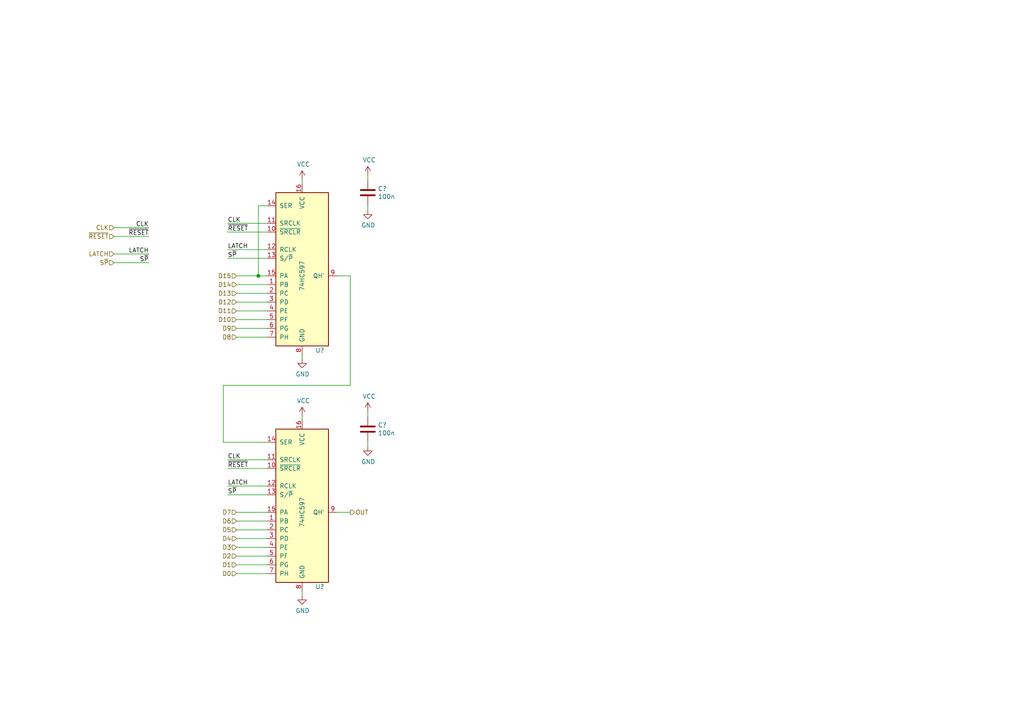
<source format=kicad_sch>
(kicad_sch (version 20211123) (generator eeschema)
  (paper "A4")
  (lib_symbols
    (symbol "Device:C" (pin_numbers hide) (pin_names (offset 0.254))
      (property "Reference" "C" (at 0.635 2.54 0))
      (property "Value" "C" (at 0.635 -2.54 0))
      (symbol "C_0_1"
        (polyline (pts (xy -2.032 -0.762) (xy 2.032 -0.762)) (stroke (width 0.508)))
        (polyline (pts (xy -2.032 0.762) (xy 2.032 0.762)) (stroke (width 0.508)))
      )
      (symbol "C_1_1"
        (pin passive line (at 0 3.81 270) (length 2.794) (name "~") (number "1"))
        (pin passive line (at 0 -3.81 90) (length 2.794) (name "~") (number "2"))
      )
    )
    (symbol "power:GND" (power) (pin_names (offset 0))
      (property "Value" "GND" (at 0 -3.81 0))
      (symbol "GND_0_1"
        (polyline (pts (xy 0 0) (xy 0 -1.27) (xy 1.27 -1.27) (xy 0 -2.54) (xy -1.27 -1.27) (xy 0 -1.27)))
      )
      (symbol "GND_1_1"
        (pin power_in line (at 0 0 270) (length 0) hide (name "GND") (number "1"))
      )
    )
    (symbol "power:VCC" (power) (pin_names (offset 0))
      (property "Value" "VCC" (at 0 3.81 0))
      (symbol "VCC_0_1"
        (polyline (pts (xy -0.762 1.27) (xy 0 2.54)))
        (polyline (pts (xy 0 0) (xy 0 2.54)))
        (polyline (pts (xy 0 2.54) (xy 0.762 1.27)))
      )
      (symbol "VCC_1_1"
        (pin power_in line (at 0 0 90) (length 0) hide (name "VCC") (number "1"))
      )
    )
    (symbol "riscv-serial:74HC597" (pin_names (offset 1.016))
      (property "Reference" "U" (at 5.08 -22.86 0))
      (property "Value" "74HC597" (at 0 0 90))
      (symbol "74HC597_0_1"
        (rectangle (start -7.62 24.13) (end 7.62 -20.32) (stroke (width 0.254)) (fill (type background)))
      )
      (symbol "74HC597_1_1"
        (pin input line (at -10.16 -2.54 0) (length 2.54) (name "PB") (number "1"))
        (pin input line (at -10.16 12.7 0) (length 2.54) (name "~{SRCLR}") (number "10"))
        (pin input line (at -10.16 15.24 0) (length 2.54) (name "SRCLK") (number "11"))
        (pin input line (at -10.16 7.62 0) (length 2.54) (name "RCLK") (number "12"))
        (pin input line (at -10.16 5.08 0) (length 2.54) (name "S/~{P}") (number "13"))
        (pin input line (at -10.16 20.32 0) (length 2.54) (name "SER") (number "14"))
        (pin input line (at -10.16 0 0) (length 2.54) (name "PA") (number "15"))
        (pin power_in line (at 0 26.67 270) (length 2.54) (name "VCC") (number "16"))
        (pin input line (at -10.16 -5.08 0) (length 2.54) (name "PC") (number "2"))
        (pin input line (at -10.16 -7.62 0) (length 2.54) (name "PD") (number "3"))
        (pin input line (at -10.16 -10.16 0) (length 2.54) (name "PE") (number "4"))
        (pin input line (at -10.16 -12.7 0) (length 2.54) (name "PF") (number "5"))
        (pin input line (at -10.16 -15.24 0) (length 2.54) (name "PG") (number "6"))
        (pin input line (at -10.16 -17.78 0) (length 2.54) (name "PH") (number "7"))
        (pin power_in line (at 0 -22.86 90) (length 2.54) (name "GND") (number "8"))
        (pin output line (at 10.16 0 180) (length 2.54) (name "QH'") (number "9"))
      )
    )
  )
  (junction (at 74.93 80.01))
  (wire (pts (xy 77.47 161.29) (xy 68.58 161.29)))
  (wire (pts (xy 68.58 80.01) (xy 74.93 80.01)))
  (wire (pts (xy 64.77 111.76) (xy 64.77 128.27)))
  (wire (pts (xy 68.58 95.25) (xy 77.47 95.25)))
  (wire (pts (xy 106.68 119.38) (xy 106.68 120.65)))
  (wire (pts (xy 68.58 85.09) (xy 77.47 85.09)))
  (wire (pts (xy 77.47 82.55) (xy 68.58 82.55)))
  (wire (pts (xy 68.58 158.75) (xy 77.47 158.75)))
  (wire (pts (xy 87.63 120.65) (xy 87.63 121.92)))
  (wire (pts (xy 33.02 66.04) (xy 43.18 66.04)))
  (wire (pts (xy 77.47 156.21) (xy 68.58 156.21)))
  (wire (pts (xy 33.02 73.66) (xy 43.18 73.66)))
  (wire (pts (xy 43.18 68.58) (xy 33.02 68.58)))
  (wire (pts (xy 77.47 59.69) (xy 74.93 59.69)))
  (wire (pts (xy 77.47 64.77) (xy 66.04 64.77)))
  (wire (pts (xy 66.04 135.89) (xy 77.47 135.89)))
  (wire (pts (xy 106.68 50.8) (xy 106.68 52.07)))
  (wire (pts (xy 106.68 59.69) (xy 106.68 60.96)))
  (wire (pts (xy 77.47 151.13) (xy 68.58 151.13)))
  (wire (pts (xy 77.47 133.35) (xy 66.04 133.35)))
  (wire (pts (xy 101.6 80.01) (xy 101.6 111.76)))
  (wire (pts (xy 87.63 52.07) (xy 87.63 53.34)))
  (wire (pts (xy 77.47 72.39) (xy 66.04 72.39)))
  (wire (pts (xy 68.58 90.17) (xy 77.47 90.17)))
  (wire (pts (xy 106.68 128.27) (xy 106.68 129.54)))
  (wire (pts (xy 77.47 97.79) (xy 68.58 97.79)))
  (wire (pts (xy 77.47 140.97) (xy 66.04 140.97)))
  (wire (pts (xy 101.6 111.76) (xy 64.77 111.76)))
  (wire (pts (xy 101.6 80.01) (xy 97.79 80.01)))
  (wire (pts (xy 64.77 128.27) (xy 77.47 128.27)))
  (wire (pts (xy 66.04 67.31) (xy 77.47 67.31)))
  (wire (pts (xy 77.47 87.63) (xy 68.58 87.63)))
  (wire (pts (xy 87.63 102.87) (xy 87.63 104.14)))
  (wire (pts (xy 66.04 143.51) (xy 77.47 143.51)))
  (wire (pts (xy 77.47 166.37) (xy 68.58 166.37)))
  (wire (pts (xy 68.58 163.83) (xy 77.47 163.83)))
  (wire (pts (xy 68.58 148.59) (xy 77.47 148.59)))
  (wire (pts (xy 74.93 80.01) (xy 77.47 80.01)))
  (wire (pts (xy 68.58 153.67) (xy 77.47 153.67)))
  (wire (pts (xy 74.93 59.69) (xy 74.93 80.01)))
  (wire (pts (xy 43.18 76.2) (xy 33.02 76.2)))
  (wire (pts (xy 66.04 74.93) (xy 77.47 74.93)))
  (wire (pts (xy 77.47 92.71) (xy 68.58 92.71)))
  (wire (pts (xy 87.63 171.45) (xy 87.63 172.72)))
  (wire (pts (xy 101.6 148.59) (xy 97.79 148.59)))
  (label "CLK" (at 66.04 64.77 0))
  (label "S~{P}" (at 43.18 76.2 180))
  (label "~{RESET}" (at 66.04 67.31 0))
  (label "S~{P}" (at 66.04 74.93 0))
  (label "~{RESET}" (at 66.04 135.89 0))
  (label "~{RESET}" (at 43.18 68.58 180))
  (label "CLK" (at 66.04 133.35 0))
  (label "LATCH" (at 43.18 73.66 180))
  (label "CLK" (at 43.18 66.04 180))
  (label "S~{P}" (at 66.04 143.51 0))
  (label "LATCH" (at 66.04 72.39 0))
  (label "LATCH" (at 66.04 140.97 0))
  (hierarchical_label "LATCH" (shape input) (at 33.02 73.66 180))
  (hierarchical_label "D8" (shape input) (at 68.58 97.79 180))
  (hierarchical_label "D2" (shape input) (at 68.58 161.29 180))
  (hierarchical_label "OUT" (shape output) (at 101.6 148.59 0))
  (hierarchical_label "D13" (shape input) (at 68.58 85.09 180))
  (hierarchical_label "D4" (shape input) (at 68.58 156.21 180))
  (hierarchical_label "D9" (shape input) (at 68.58 95.25 180))
  (hierarchical_label "D3" (shape input) (at 68.58 158.75 180))
  (hierarchical_label "S~{P}" (shape input) (at 33.02 76.2 180))
  (hierarchical_label "D10" (shape input) (at 68.58 92.71 180))
  (hierarchical_label "D5" (shape input) (at 68.58 153.67 180))
  (hierarchical_label "CLK" (shape input) (at 33.02 66.04 180))
  (hierarchical_label "D12" (shape input) (at 68.58 87.63 180))
  (hierarchical_label "D15" (shape input) (at 68.58 80.01 180))
  (hierarchical_label "D7" (shape input) (at 68.58 148.59 180))
  (hierarchical_label "~{RESET}" (shape input) (at 33.02 68.58 180))
  (hierarchical_label "D6" (shape input) (at 68.58 151.13 180))
  (hierarchical_label "D11" (shape input) (at 68.58 90.17 180))
  (hierarchical_label "D14" (shape input) (at 68.58 82.55 180))
  (hierarchical_label "D0" (shape input) (at 68.58 166.37 180))
  (hierarchical_label "D1" (shape input) (at 68.58 163.83 180))
  (symbol (lib_id "power:VCC") (at 106.68 50.8 0)
    (property "Reference" "#PWR?" (effects hide))
    (property "Value" "VCC" (at 107.061 46.4058 0))
  )
  (symbol (lib_id "power:GND") (at 106.68 60.96 0)
    (property "Reference" "#PWR?" (effects hide))
    (property "Value" "GND" (at 106.807 65.3542 0))
  )
  (symbol (lib_id "power:GND") (at 106.68 129.54 0)
    (property "Reference" "#PWR?" (effects hide))
    (property "Value" "GND" (at 106.807 133.9342 0))
  )
  (symbol (lib_id "power:GND") (at 87.63 104.14 0)
    (property "Reference" "#PWR?" (effects hide))
    (property "Value" "GND" (at 87.757 108.5342 0))
  )
  (symbol (lib_id "riscv-serial:74HC597") (at 87.63 80.01 0)
    (property "Reference" "U?" (at 91.44 101.6 0) (effects (justify left)))
    (property "Value" "74HC597" (at 87.63 80.01 90))
    (property "Footprint" "Package_SO:SOIC-16_3.9x9.9mm_P1.27mm" (effects hide))
  )
  (symbol (lib_id "power:VCC") (at 87.63 52.07 0)
    (property "Reference" "#PWR?" (effects hide))
    (property "Value" "VCC" (at 88.011 47.6758 0))
  )
  (symbol (lib_id "Device:C") (at 106.68 55.88 0)
    (property "Reference" "C?" (at 109.601 54.7116 0) (effects (justify left)))
    (property "Value" "100n" (at 109.601 57.023 0) (effects (justify left)))
    (property "Footprint" "Capacitor_SMD:C_0805_2012Metric_Pad1.18x1.45mm_HandSolder" (effects hide))
  )
  (symbol (lib_id "riscv-serial:74HC597") (at 87.63 148.59 0)
    (property "Reference" "U?" (at 91.44 170.18 0) (effects (justify left)))
    (property "Value" "74HC597" (at 87.63 148.59 90))
    (property "Footprint" "Package_SO:SOIC-16_3.9x9.9mm_P1.27mm" (effects hide))
  )
  (symbol (lib_id "power:VCC") (at 87.63 120.65 0)
    (property "Reference" "#PWR?" (effects hide))
    (property "Value" "VCC" (at 88.011 116.2558 0))
  )
  (symbol (lib_id "power:GND") (at 87.63 172.72 0)
    (property "Reference" "#PWR?" (effects hide))
    (property "Value" "GND" (at 87.757 177.1142 0))
  )
  (symbol (lib_id "Device:C") (at 106.68 124.46 0)
    (property "Reference" "C?" (at 109.601 123.2916 0) (effects (justify left)))
    (property "Value" "100n" (at 109.601 125.603 0) (effects (justify left)))
    (property "Footprint" "Capacitor_SMD:C_0805_2012Metric_Pad1.18x1.45mm_HandSolder" (effects hide))
  )
  (symbol (lib_id "power:VCC") (at 106.68 119.38 0)
    (property "Reference" "#PWR?" (effects hide))
    (property "Value" "VCC" (at 107.061 114.9858 0))
  )
)
</source>
